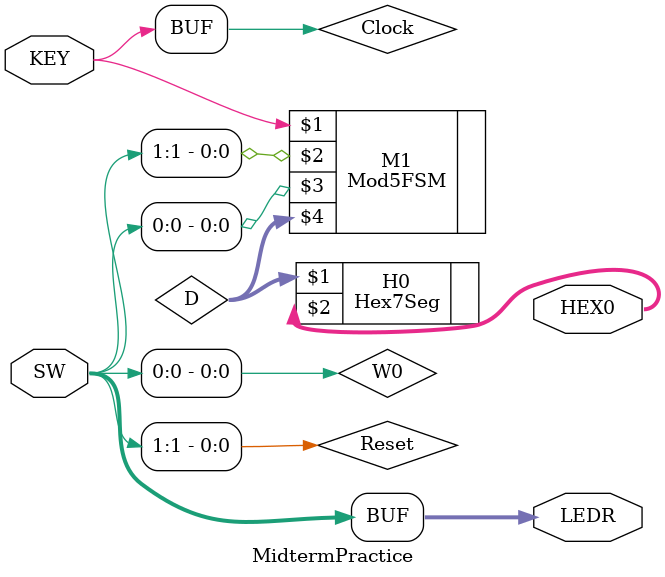
<source format=v>
module MidtermPractice(KEY, SW, LEDR, HEX0);
	input [1:1] KEY;
	input [1:0] SW;
	output [1:0] LEDR;
	output [0:6] HEX0;
	
	assign LEDR = SW;
	wire [2:0] D;
	
	wire Clock = KEY[1];
	wire Reset = SW[1];
	wire W0 = SW[0];
	
	Mod5FSM M1(Clock, Reset, W0, D);
	
	Hex7Seg H0(D, HEX0);
endmodule

</source>
